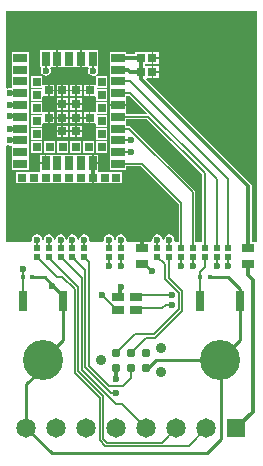
<source format=gtl>
G04*
G04 #@! TF.GenerationSoftware,Altium Limited,Altium Designer,21.6.4 (81)*
G04*
G04 Layer_Physical_Order=1*
G04 Layer_Color=255*
%FSLAX44Y44*%
%MOMM*%
G71*
G04*
G04 #@! TF.SameCoordinates,2E20B190-24BC-4988-8018-A0B7A5D4220C*
G04*
G04*
G04 #@! TF.FilePolarity,Positive*
G04*
G01*
G75*
%ADD11C,0.2540*%
%ADD15R,1.0000X0.8000*%
%ADD16R,1.0200X0.6400*%
%ADD17R,0.5500X0.5200*%
%ADD18R,1.1500X0.7000*%
%ADD19R,0.7000X1.1500*%
%ADD20R,0.7000X0.7000*%
%ADD21R,0.7000X0.7000*%
%ADD22R,0.7800X0.7400*%
%ADD24R,0.8000X1.7000*%
%ADD25R,0.3600X0.3500*%
%ADD41C,0.7900*%
%ADD42C,0.1520*%
%ADD43C,0.3500*%
%ADD44C,3.4000*%
%ADD45C,1.6500*%
%ADD46R,1.6500X1.6500*%
%ADD47C,0.9000*%
%ADD48C,0.6000*%
G36*
X215922Y200000D02*
X212079D01*
Y247000D01*
X211845Y248178D01*
X211177Y249177D01*
X211177Y249177D01*
X122498Y337857D01*
X122984Y339030D01*
X127038D01*
Y344000D01*
Y348970D01*
X121079D01*
Y351030D01*
X127038D01*
Y356000D01*
Y360970D01*
X112830D01*
Y359079D01*
X105520D01*
Y360770D01*
X91480D01*
Y351230D01*
X91480D01*
Y350770D01*
X91480D01*
Y341230D01*
X91480D01*
Y340770D01*
X91480D01*
Y331230D01*
X91480D01*
Y330770D01*
X91480D01*
Y322040D01*
X91480Y321230D01*
X91480Y319960D01*
Y316762D01*
X98500D01*
X105520D01*
Y319960D01*
X105520Y320770D01*
X105520Y322040D01*
Y323930D01*
X108143D01*
X122733Y309340D01*
X122207Y308070D01*
X106418D01*
X105520Y308968D01*
X105520Y310770D01*
X105520Y312040D01*
Y315238D01*
X98500D01*
X91480D01*
Y312040D01*
X91480Y311230D01*
X91480Y309960D01*
Y301230D01*
X91480D01*
Y300770D01*
X91480D01*
Y291230D01*
X91480D01*
Y290770D01*
X91480D01*
Y282040D01*
X91480Y281230D01*
X91480Y279960D01*
Y272040D01*
X91480Y271230D01*
X91480Y269960D01*
Y261230D01*
X105520D01*
Y263930D01*
X118143D01*
X149930Y232143D01*
Y200000D01*
X147210D01*
X146208Y201270D01*
X146354Y202000D01*
X146022Y203666D01*
X145078Y205079D01*
X143666Y206022D01*
X142000Y206354D01*
X140334Y206022D01*
X138921Y205079D01*
X137978Y203666D01*
X137646Y202000D01*
X137000Y201460D01*
X136354Y202000D01*
X136022Y203666D01*
X135078Y205079D01*
X133666Y206022D01*
X132000Y206354D01*
X130334Y206022D01*
X128921Y205079D01*
X127978Y203666D01*
X127646Y202000D01*
X127792Y201270D01*
X126790Y200000D01*
X106210D01*
X105208Y201270D01*
X105354Y202000D01*
X105022Y203666D01*
X104079Y205079D01*
X102666Y206022D01*
X101000Y206354D01*
X99334Y206022D01*
X97921Y205079D01*
X96978Y203666D01*
X96646Y202000D01*
X96000Y201460D01*
X95354Y202000D01*
X95022Y203666D01*
X94079Y205079D01*
X92666Y206022D01*
X91000Y206354D01*
X89334Y206022D01*
X87921Y205079D01*
X86978Y203666D01*
X86646Y202000D01*
X86792Y201270D01*
X85790Y200000D01*
X75210D01*
X74208Y201270D01*
X74354Y202000D01*
X74022Y203666D01*
X73078Y205079D01*
X71666Y206022D01*
X70000Y206354D01*
X68334Y206022D01*
X66922Y205079D01*
X65978Y203666D01*
X65646Y202000D01*
X65000Y201460D01*
X64354Y202000D01*
X64022Y203666D01*
X63078Y205079D01*
X61666Y206022D01*
X60000Y206354D01*
X58334Y206022D01*
X56922Y205079D01*
X55978Y203666D01*
X55646Y202000D01*
X55000Y201460D01*
X54354Y202000D01*
X54022Y203666D01*
X53078Y205079D01*
X51666Y206022D01*
X50000Y206354D01*
X48334Y206022D01*
X46922Y205079D01*
X45978Y203666D01*
X45646Y202000D01*
X45000Y201460D01*
X44354Y202000D01*
X44022Y203666D01*
X43078Y205079D01*
X41666Y206022D01*
X40000Y206354D01*
X38334Y206022D01*
X36922Y205079D01*
X35978Y203666D01*
X35646Y202000D01*
X35000Y201460D01*
X34354Y202000D01*
X34022Y203666D01*
X33078Y205079D01*
X31666Y206022D01*
X30000Y206354D01*
X28334Y206022D01*
X26922Y205079D01*
X25978Y203666D01*
X25646Y202000D01*
X25792Y201270D01*
X24790Y200000D01*
X4078D01*
X4078Y281456D01*
X5348Y282135D01*
X5584Y281978D01*
X7250Y281646D01*
X7710Y281738D01*
X8874Y281272D01*
X8980Y280696D01*
X8980Y279960D01*
Y272040D01*
X8980Y271230D01*
X8980Y269960D01*
Y261230D01*
X23020D01*
Y269960D01*
X23020Y270770D01*
X23020Y272040D01*
Y279960D01*
X23020Y280770D01*
X23020Y282040D01*
Y290770D01*
X23020D01*
Y291230D01*
X23020D01*
Y300770D01*
X23020D01*
Y301230D01*
X23020D01*
Y310770D01*
X23020D01*
Y311230D01*
X23020D01*
Y320770D01*
X23020D01*
Y321230D01*
X23020D01*
Y329960D01*
X23020Y330770D01*
X23020Y332040D01*
Y339960D01*
X23020Y340770D01*
X23020Y342040D01*
Y349960D01*
X23020Y350770D01*
X23020Y352040D01*
Y360770D01*
X8980D01*
Y352040D01*
X8980Y351230D01*
X8980Y349960D01*
Y342040D01*
X8980Y341230D01*
X8980Y339960D01*
Y332040D01*
X8980Y331304D01*
X8874Y330728D01*
X7710Y330262D01*
X7250Y330354D01*
X5584Y330022D01*
X5348Y329865D01*
X4078Y330544D01*
Y395922D01*
X215922D01*
Y200000D01*
D02*
G37*
G36*
X169930Y257143D02*
Y200000D01*
X164070D01*
Y242000D01*
X163912Y242792D01*
X163464Y243463D01*
X109464Y297463D01*
X108792Y297912D01*
X108000Y298070D01*
X105520D01*
Y300770D01*
X105520D01*
Y301230D01*
X105520D01*
Y303930D01*
X123143D01*
X169930Y257143D01*
D02*
G37*
%LPC*%
G36*
X72480Y362270D02*
X71210Y362270D01*
X68012D01*
Y355250D01*
Y348230D01*
X71210D01*
X72020Y348230D01*
X72995D01*
X73674Y346960D01*
X73478Y346666D01*
X73146Y345000D01*
X73478Y343334D01*
X74422Y341922D01*
X75834Y340978D01*
X77500Y340646D01*
X78869Y340919D01*
X78988Y340942D01*
X79665Y340375D01*
X79980Y339994D01*
X79980Y339198D01*
Y333996D01*
X79270Y333020D01*
X78710Y333020D01*
X75262D01*
Y328250D01*
Y323480D01*
X78710D01*
X79270Y323480D01*
X79980Y322504D01*
Y319730D01*
X89520D01*
Y329270D01*
X81038D01*
X80615Y330000D01*
X81038Y330730D01*
X89520D01*
Y340270D01*
X81136Y340270D01*
X80862D01*
X80378Y340319D01*
X80007Y341540D01*
X80578Y341922D01*
X81522Y343334D01*
X81854Y345000D01*
X81522Y346666D01*
X81326Y346960D01*
X82005Y348230D01*
X82020D01*
Y362270D01*
X72480Y362270D01*
D02*
G37*
G36*
X62480D02*
X61210Y362270D01*
X53290D01*
X52480Y362270D01*
X51210Y362270D01*
X48012D01*
Y355250D01*
Y348230D01*
X51210D01*
X52020Y348230D01*
X53290Y348230D01*
X61210D01*
X62020Y348230D01*
X63290Y348230D01*
X66488D01*
Y355250D01*
Y362270D01*
X63290D01*
X62480Y362270D01*
D02*
G37*
G36*
X132970Y360970D02*
X128562D01*
Y356762D01*
X132970D01*
Y360970D01*
D02*
G37*
G36*
Y355238D02*
X128562D01*
Y351030D01*
X132970D01*
Y355238D01*
D02*
G37*
G36*
X42480Y362270D02*
X41210Y362270D01*
X32480D01*
Y348230D01*
X32995D01*
X33674Y346960D01*
X33478Y346666D01*
X33146Y345000D01*
X33478Y343334D01*
X34422Y341922D01*
X35834Y340978D01*
X37500Y340646D01*
X39166Y340978D01*
X40578Y341922D01*
X41522Y343334D01*
X41854Y345000D01*
X41522Y346666D01*
X41326Y346960D01*
X42005Y348230D01*
X43290Y348230D01*
X46488D01*
Y355250D01*
Y362270D01*
X43290D01*
X42480Y362270D01*
D02*
G37*
G36*
X132970Y348970D02*
X128562D01*
Y344762D01*
X132970D01*
Y348970D01*
D02*
G37*
G36*
Y343238D02*
X128562D01*
Y339030D01*
X132970D01*
Y343238D01*
D02*
G37*
G36*
X67770Y333020D02*
X63762D01*
Y329012D01*
X67770D01*
Y333020D01*
D02*
G37*
G36*
X40762D02*
Y329012D01*
X44770D01*
Y333020D01*
X40762D01*
D02*
G37*
G36*
X56270D02*
X52262D01*
Y329012D01*
X56270D01*
Y333020D01*
D02*
G37*
G36*
X73738D02*
X69730D01*
Y329012D01*
X73738D01*
Y333020D01*
D02*
G37*
G36*
X62238D02*
X58230D01*
Y329012D01*
X62238D01*
Y333020D01*
D02*
G37*
G36*
X50738D02*
X46730D01*
Y329012D01*
X50738D01*
Y333020D01*
D02*
G37*
G36*
X67770Y327488D02*
X63762D01*
Y323480D01*
X67770D01*
Y327488D01*
D02*
G37*
G36*
X62238D02*
X58230D01*
Y323480D01*
X62238D01*
Y327488D01*
D02*
G37*
G36*
X56270D02*
X52262D01*
Y323480D01*
X56270D01*
Y327488D01*
D02*
G37*
G36*
X50738D02*
X46730D01*
Y323480D01*
X50738D01*
Y327488D01*
D02*
G37*
G36*
X44770D02*
X40762D01*
Y323480D01*
X44770D01*
Y327488D01*
D02*
G37*
G36*
X73738D02*
X69730D01*
Y323480D01*
X73738D01*
Y327488D01*
D02*
G37*
G36*
X34520Y340270D02*
X24980D01*
Y330730D01*
X33462D01*
X33885Y330000D01*
X33462Y329270D01*
X24980D01*
Y319730D01*
X34520D01*
Y322504D01*
X35230Y323480D01*
X35790Y323480D01*
X39238D01*
Y328250D01*
Y333020D01*
X35790D01*
X35230Y333020D01*
X34520Y333996D01*
Y340270D01*
D02*
G37*
G36*
X67770Y321520D02*
X63762D01*
Y317512D01*
X67770D01*
Y321520D01*
D02*
G37*
G36*
X56270D02*
X52262D01*
Y317512D01*
X56270D01*
Y321520D01*
D02*
G37*
G36*
X62238D02*
X58230D01*
Y317512D01*
X62238D01*
Y321520D01*
D02*
G37*
G36*
X50738D02*
X46730D01*
Y317512D01*
X50738D01*
Y321520D01*
D02*
G37*
G36*
X67770Y315988D02*
X63762D01*
Y311980D01*
X67770D01*
Y315988D01*
D02*
G37*
G36*
X62238D02*
X58230D01*
Y311980D01*
X62238D01*
Y315988D01*
D02*
G37*
G36*
X56270D02*
X52262D01*
Y311980D01*
X56270D01*
Y315988D01*
D02*
G37*
G36*
X50738D02*
X46730D01*
Y311980D01*
X50738D01*
Y315988D01*
D02*
G37*
G36*
X67770Y310020D02*
X63762D01*
Y306012D01*
X67770D01*
Y310020D01*
D02*
G37*
G36*
X40762D02*
Y306012D01*
X44770D01*
Y310020D01*
X40762D01*
D02*
G37*
G36*
X56270D02*
X52262D01*
Y306012D01*
X56270D01*
Y310020D01*
D02*
G37*
G36*
X73738D02*
X69730D01*
Y306012D01*
X73738D01*
Y310020D01*
D02*
G37*
G36*
X62238D02*
X58230D01*
Y306012D01*
X62238D01*
Y310020D01*
D02*
G37*
G36*
X50738D02*
X46730D01*
Y306012D01*
X50738D01*
Y310020D01*
D02*
G37*
G36*
X67770Y304488D02*
X63762D01*
Y300480D01*
X67770D01*
Y304488D01*
D02*
G37*
G36*
X62238D02*
X58230D01*
Y300480D01*
X62238D01*
Y304488D01*
D02*
G37*
G36*
X56270D02*
X52262D01*
Y300480D01*
X56270D01*
Y304488D01*
D02*
G37*
G36*
X50738D02*
X46730D01*
Y300480D01*
X50738D01*
Y304488D01*
D02*
G37*
G36*
X44770D02*
X40762D01*
Y300480D01*
X44770D01*
Y304488D01*
D02*
G37*
G36*
X73738D02*
X69730D01*
Y300480D01*
X73738D01*
Y304488D01*
D02*
G37*
G36*
X89520Y318270D02*
X79980D01*
Y310996D01*
X79270Y310020D01*
X78710Y310020D01*
X75262D01*
Y305250D01*
Y300480D01*
X78710D01*
X79270Y300480D01*
X79980Y299504D01*
Y297730D01*
X89520D01*
Y307270D01*
X81038D01*
X80615Y308000D01*
X81038Y308730D01*
X89520D01*
Y318270D01*
D02*
G37*
G36*
X34520D02*
X24980D01*
Y308730D01*
X33462D01*
X33885Y308000D01*
X33462Y307270D01*
X24980D01*
Y297730D01*
X34520D01*
Y299504D01*
X35230Y300480D01*
X35790Y300480D01*
X39238D01*
Y305250D01*
Y310020D01*
X35790D01*
X35230Y310020D01*
X34520Y310996D01*
Y318270D01*
D02*
G37*
G36*
X67770Y298520D02*
X63762D01*
Y294512D01*
X67770D01*
Y298520D01*
D02*
G37*
G36*
X56270D02*
X52262D01*
Y294512D01*
X56270D01*
Y298520D01*
D02*
G37*
G36*
X62238D02*
X58230D01*
Y294512D01*
X62238D01*
Y298520D01*
D02*
G37*
G36*
X50738D02*
X46730D01*
Y294512D01*
X50738D01*
Y298520D01*
D02*
G37*
G36*
X67770Y292988D02*
X63762D01*
Y288980D01*
X67770D01*
Y292988D01*
D02*
G37*
G36*
X62238D02*
X58230D01*
Y288980D01*
X62238D01*
Y292988D01*
D02*
G37*
G36*
X56270D02*
X52262D01*
Y288980D01*
X56270D01*
Y292988D01*
D02*
G37*
G36*
X50738D02*
X46730D01*
Y288980D01*
X50738D01*
Y292988D01*
D02*
G37*
G36*
X89520Y296270D02*
X79980D01*
Y286730D01*
X89520D01*
Y296270D01*
D02*
G37*
G36*
X34520D02*
X24980D01*
Y286730D01*
X34520D01*
Y296270D01*
D02*
G37*
G36*
X89520Y285270D02*
X79980D01*
Y275730D01*
X89520D01*
Y285270D01*
D02*
G37*
G36*
X78520D02*
X68980D01*
Y275730D01*
X78520D01*
Y285270D01*
D02*
G37*
G36*
X67520D02*
X57980D01*
Y275730D01*
X67520D01*
Y285270D01*
D02*
G37*
G36*
X56520D02*
X46980D01*
Y275730D01*
X56520D01*
Y285270D01*
D02*
G37*
G36*
X45520D02*
X35980D01*
Y275730D01*
X45520D01*
Y285270D01*
D02*
G37*
G36*
X34520D02*
X24980D01*
Y275730D01*
X34520D01*
Y285270D01*
D02*
G37*
G36*
X72480Y273770D02*
X71210Y273770D01*
X63290D01*
X62480Y273770D01*
X61210Y273770D01*
X53290D01*
X52480Y273770D01*
X51210Y273770D01*
X43290D01*
X42480Y273770D01*
X41210Y273770D01*
X38012D01*
Y266750D01*
X37250D01*
Y265988D01*
X32480D01*
Y260349D01*
X32157Y259592D01*
X31401Y259270D01*
X31210D01*
X23290D01*
X22480Y259270D01*
X21210Y259270D01*
X12480D01*
Y249730D01*
X21210D01*
X22020Y249730D01*
X23290Y249730D01*
X31210D01*
X32020Y249730D01*
X33290Y249730D01*
X41210D01*
X42020Y249730D01*
X43290Y249730D01*
X51210D01*
X52020Y249730D01*
X53290Y249730D01*
X61210D01*
X62020Y249730D01*
X63290Y249730D01*
X71210D01*
X72020Y249730D01*
X73290Y249730D01*
X76488D01*
Y254500D01*
X78012D01*
Y249730D01*
X81210D01*
X82020Y249730D01*
X83290Y249730D01*
X91210D01*
X92020Y249730D01*
X93290Y249730D01*
X102020D01*
Y259270D01*
X93290D01*
X92480Y259270D01*
X91210Y259270D01*
X83099D01*
X82343Y259592D01*
X82020Y260349D01*
Y260540D01*
Y265988D01*
X77250D01*
Y266750D01*
X76488D01*
Y273770D01*
X72480D01*
D02*
G37*
G36*
X36488Y273770D02*
X32480D01*
Y267512D01*
X36488D01*
Y273770D01*
D02*
G37*
G36*
X78012D02*
Y267512D01*
X82020D01*
Y273770D01*
X78012D01*
D02*
G37*
%LPD*%
D11*
X120900Y181150D02*
X127000Y175050D01*
Y175000D02*
Y175050D01*
X52000Y150000D02*
Y154500D01*
X43500Y163000D02*
X52000Y154500D01*
X43000Y163000D02*
X43500D01*
X43000D02*
Y163500D01*
X36500Y170000D02*
X43000Y163500D01*
X119000Y181150D02*
X120900D01*
X185000Y100000D02*
X186000Y99000D01*
Y33000D02*
Y99000D01*
X174000Y21000D02*
X186000Y33000D01*
X42300Y21000D02*
X174000D01*
X21100Y42200D02*
X42300Y21000D01*
X202000Y150000D02*
Y160000D01*
X176200Y170000D02*
X192000D01*
X202000Y160000D01*
Y117357D02*
Y150000D01*
X185000Y100357D02*
X202000Y117357D01*
X185000Y100000D02*
Y100357D01*
X122700Y93650D02*
X124150D01*
X130500Y100000D01*
X185000D01*
X21100Y42200D02*
Y79543D01*
X35000Y93443D01*
Y100000D01*
Y100357D01*
X52000Y117357D01*
Y150000D01*
X26200Y170000D02*
X36500D01*
D15*
X98500Y142500D02*
D03*
X113500D02*
D03*
Y153500D02*
D03*
X98500D02*
D03*
D16*
X119000Y181150D02*
D03*
Y194850D02*
D03*
X209000Y194850D02*
D03*
Y181150D02*
D03*
D17*
X30000Y187000D02*
D03*
Y195000D02*
D03*
X40000Y187000D02*
D03*
Y195000D02*
D03*
X70000D02*
D03*
Y187000D02*
D03*
X60000D02*
D03*
Y195000D02*
D03*
X50000Y187000D02*
D03*
Y195000D02*
D03*
X142000D02*
D03*
Y187000D02*
D03*
X101000D02*
D03*
Y195000D02*
D03*
X132000D02*
D03*
Y187000D02*
D03*
X91000D02*
D03*
Y195000D02*
D03*
X162000Y187000D02*
D03*
Y195000D02*
D03*
X172000Y187000D02*
D03*
Y195000D02*
D03*
X192000Y187000D02*
D03*
Y195000D02*
D03*
X182000Y187000D02*
D03*
Y195000D02*
D03*
X152000Y187000D02*
D03*
Y195000D02*
D03*
D18*
X98500Y266000D02*
D03*
Y276000D02*
D03*
Y286000D02*
D03*
Y296000D02*
D03*
Y306000D02*
D03*
Y316000D02*
D03*
Y326000D02*
D03*
Y336000D02*
D03*
Y346000D02*
D03*
Y356000D02*
D03*
X16000D02*
D03*
Y346000D02*
D03*
Y336000D02*
D03*
Y326000D02*
D03*
Y316000D02*
D03*
Y306000D02*
D03*
Y296000D02*
D03*
Y286000D02*
D03*
Y276000D02*
D03*
Y266000D02*
D03*
D19*
X37250Y355250D02*
D03*
X47250D02*
D03*
X57250D02*
D03*
X67250D02*
D03*
X77250D02*
D03*
Y266750D02*
D03*
X67250D02*
D03*
X57250D02*
D03*
X47250D02*
D03*
X37250D02*
D03*
D20*
X74500Y328250D02*
D03*
X63000D02*
D03*
X51500D02*
D03*
X40000D02*
D03*
Y305250D02*
D03*
X51500Y316750D02*
D03*
X63000D02*
D03*
Y293750D02*
D03*
X74500Y305250D02*
D03*
X63000D02*
D03*
X51500D02*
D03*
Y293750D02*
D03*
D21*
X84750Y280500D02*
D03*
Y291500D02*
D03*
Y302500D02*
D03*
Y313500D02*
D03*
Y324500D02*
D03*
Y335500D02*
D03*
X29750D02*
D03*
Y324500D02*
D03*
Y313500D02*
D03*
Y302500D02*
D03*
Y291500D02*
D03*
Y280500D02*
D03*
X40750D02*
D03*
X51750D02*
D03*
X62750D02*
D03*
X73750D02*
D03*
X17250Y254500D02*
D03*
X27250D02*
D03*
X37250D02*
D03*
X47250D02*
D03*
X57250D02*
D03*
X67250D02*
D03*
X77250D02*
D03*
X87250D02*
D03*
X97250D02*
D03*
D22*
X118000Y344000D02*
D03*
X127800D02*
D03*
Y356000D02*
D03*
X118000D02*
D03*
D24*
X168000Y150000D02*
D03*
X202000D02*
D03*
X18000D02*
D03*
X52000D02*
D03*
D25*
X176200Y170000D02*
D03*
X167800D02*
D03*
X26200D02*
D03*
X17800D02*
D03*
D41*
X97300Y93650D02*
D03*
Y106350D02*
D03*
X110000Y93650D02*
D03*
Y106350D02*
D03*
X122700Y93650D02*
D03*
Y106350D02*
D03*
D42*
X102200Y62700D02*
X122700Y42200D01*
X97300Y62700D02*
X102200D01*
X71080Y93820D02*
X92400Y72500D01*
X97250D01*
X91199Y78000D02*
X103000D01*
X74120Y95079D02*
Y183030D01*
Y95079D02*
X91199Y78000D01*
X7250Y286000D02*
X16000D01*
X7250Y286000D02*
X7250Y286000D01*
X7250Y296000D02*
X16000D01*
X15750Y306250D02*
X16000Y306000D01*
X7250Y306250D02*
X15750D01*
X7250Y326000D02*
X16000D01*
X7000Y316000D02*
X16000D01*
X85000Y155000D02*
X97500Y142500D01*
X98500D01*
X115000Y144000D02*
X136000D01*
X115000Y155000D02*
X144000D01*
X97000Y141000D02*
X98500Y142500D01*
X71080Y93820D02*
Y175920D01*
X68040Y91960D02*
Y169110D01*
X65000Y90701D02*
Y162000D01*
X51598Y170362D02*
X61960Y160000D01*
Y89040D02*
Y160000D01*
X47362Y170362D02*
X51598D01*
X45422Y172302D02*
X47362Y170362D01*
X61960Y89040D02*
X83000Y68000D01*
X44848Y172302D02*
X45422D01*
X30150Y187000D02*
X44848Y172302D01*
X30000Y187000D02*
X30150D01*
X41990Y185010D02*
X65000Y162000D01*
Y90701D02*
X86040Y69661D01*
X50150Y187000D02*
X68040Y169110D01*
Y91960D02*
X97300Y62700D01*
X61990Y185010D02*
X71080Y175920D01*
X61990Y185010D02*
Y185160D01*
X60150Y187000D02*
X61990Y185160D01*
X70150Y187000D02*
X74120Y183030D01*
X103000Y78000D02*
X110000Y85000D01*
Y93650D01*
X113500Y142500D02*
X115000Y144000D01*
X113500Y153500D02*
X115000Y155000D01*
X136000Y144000D02*
X139000Y147000D01*
X144000D01*
X97000Y306000D02*
X124000D01*
X172000Y258000D01*
Y195000D02*
Y258000D01*
X97000Y266000D02*
X119000D01*
X152000Y195000D02*
Y233000D01*
X119000Y266000D02*
X152000Y233000D01*
X101000Y180000D02*
Y187000D01*
X91000Y180000D02*
Y187000D01*
X17800Y150200D02*
X18000Y150000D01*
X17800Y150200D02*
Y170000D01*
X83000Y32000D02*
Y68000D01*
X86040Y33259D02*
X89259Y30040D01*
X135940D02*
X148100Y42200D01*
X89259Y30040D02*
X135940D01*
X158300Y27000D02*
X173500Y42200D01*
X88000Y27000D02*
X158300D01*
X86040Y33259D02*
Y69661D01*
X83000Y32000D02*
X88000Y27000D01*
X60000Y187000D02*
X60150D01*
X70000D02*
X70150D01*
X40000D02*
X40150D01*
X41990Y185160D01*
Y185010D02*
Y185160D01*
X50000Y187000D02*
X50150D01*
X97300Y106350D02*
X112950Y122000D01*
X129000D01*
X150000Y143000D01*
X110000Y106350D02*
X122610Y118960D01*
X130259D01*
X153040Y141741D01*
Y158259D01*
X150000Y143000D02*
Y157000D01*
X138000Y169000D02*
X150000Y157000D01*
X152000Y159299D02*
X153040Y158259D01*
X142000Y169299D02*
X152000Y159299D01*
X138000Y169000D02*
Y181000D01*
X142000Y169299D02*
Y187000D01*
X132000Y187000D02*
X138000Y181000D01*
X17800Y170000D02*
Y177000D01*
X152000Y180000D02*
Y187000D01*
X162000Y180000D02*
Y187000D01*
X192000Y180000D02*
Y187000D01*
X182000Y181000D02*
Y187000D01*
X182000Y181000D02*
X182000Y181000D01*
X192000Y187000D02*
X192000Y187000D01*
X167800Y170000D02*
Y174800D01*
X172000Y179000D02*
Y187000D01*
X167800Y174800D02*
X172000Y179000D01*
X167800Y150200D02*
X168000Y150000D01*
X167800Y150200D02*
Y170000D01*
X142000Y195000D02*
Y202000D01*
X132000Y195000D02*
Y202000D01*
X77250Y345250D02*
Y355250D01*
Y345250D02*
X77500Y345000D01*
X98500Y276000D02*
X109500D01*
X98500Y286000D02*
X109500D01*
X37250Y345250D02*
Y355250D01*
Y345250D02*
X37500Y345000D01*
X91000Y195000D02*
Y202000D01*
Y195000D02*
X91000Y195000D01*
X101000Y195000D02*
Y202000D01*
Y195000D02*
X101000Y195000D01*
X162000D02*
Y242000D01*
X108000Y296000D02*
X162000Y242000D01*
X97000Y326000D02*
X109000D01*
X182000Y195000D02*
Y253000D01*
X109000Y326000D02*
X182000Y253000D01*
X97000Y296000D02*
X108000D01*
X97500Y296000D02*
X97500Y296000D01*
X97000Y336000D02*
X109000D01*
X192000Y195000D02*
Y253000D01*
X109000Y336000D02*
X192000Y253000D01*
X30000Y195000D02*
Y202000D01*
X40000Y195000D02*
Y202000D01*
X50000Y195000D02*
Y202000D01*
X60000Y195000D02*
Y202000D01*
X70000Y195000D02*
Y202000D01*
D43*
X77250Y254500D02*
Y266750D01*
X98500Y153500D02*
X100698Y155698D01*
Y161698D01*
X101000Y162000D01*
X119000Y194850D02*
Y203000D01*
X118000Y344000D02*
Y356000D01*
X97000Y346000D02*
X107000D01*
X109000Y344000D01*
X118000D01*
X97000Y356000D02*
X118000D01*
X198900Y42200D02*
X213000Y56300D01*
Y168000D01*
X209000Y172000D02*
Y181150D01*
Y172000D02*
X213000Y168000D01*
X97000Y93350D02*
X97300Y93650D01*
X97000Y84000D02*
Y93350D01*
X209000Y194850D02*
Y247000D01*
X118000Y338000D02*
X209000Y247000D01*
X118000Y338000D02*
Y344000D01*
D44*
X185000Y100000D02*
D03*
X35000D02*
D03*
D45*
X71900Y42200D02*
D03*
X97300D02*
D03*
X122700D02*
D03*
X173500D02*
D03*
X148100D02*
D03*
X46500D02*
D03*
X21100D02*
D03*
D46*
X198900D02*
D03*
D47*
X84600Y100000D02*
D03*
X135400Y110160D02*
D03*
Y89840D02*
D03*
D48*
X97250Y72500D02*
D03*
X47250Y344750D02*
D03*
X67500D02*
D03*
X37750Y336250D02*
D03*
X62000Y337000D02*
D03*
X7250Y286000D02*
D03*
Y296000D02*
D03*
Y306250D02*
D03*
X7000Y316000D02*
D03*
X7250Y326000D02*
D03*
X67250Y366000D02*
D03*
X47250D02*
D03*
X71000Y317000D02*
D03*
X72000Y294000D02*
D03*
X39000D02*
D03*
X28750Y266750D02*
D03*
X85500D02*
D03*
X149000Y268000D02*
D03*
X22000Y215000D02*
D03*
Y204000D02*
D03*
X8000Y215000D02*
D03*
Y204000D02*
D03*
X80000Y205000D02*
D03*
X115000Y206000D02*
D03*
X123000D02*
D03*
X212000Y257000D02*
D03*
Y272000D02*
D03*
Y287000D02*
D03*
Y302000D02*
D03*
Y317000D02*
D03*
Y332000D02*
D03*
Y347000D02*
D03*
Y362000D02*
D03*
Y377000D02*
D03*
Y392000D02*
D03*
X203000D02*
D03*
Y377000D02*
D03*
Y362000D02*
D03*
Y347000D02*
D03*
Y332000D02*
D03*
Y317000D02*
D03*
Y302000D02*
D03*
Y287000D02*
D03*
Y272000D02*
D03*
X188000Y392000D02*
D03*
Y377000D02*
D03*
Y362000D02*
D03*
Y347000D02*
D03*
Y332000D02*
D03*
Y317000D02*
D03*
Y302000D02*
D03*
Y287000D02*
D03*
X173000Y392000D02*
D03*
Y377000D02*
D03*
Y362000D02*
D03*
Y347000D02*
D03*
Y332000D02*
D03*
Y317000D02*
D03*
Y302000D02*
D03*
X158000Y392000D02*
D03*
Y377000D02*
D03*
Y362000D02*
D03*
Y347000D02*
D03*
Y332000D02*
D03*
Y317000D02*
D03*
Y257000D02*
D03*
X143000Y392000D02*
D03*
Y377000D02*
D03*
Y362000D02*
D03*
Y347000D02*
D03*
Y332000D02*
D03*
X128000Y392000D02*
D03*
Y377000D02*
D03*
Y242000D02*
D03*
Y227000D02*
D03*
X113000Y392000D02*
D03*
Y377000D02*
D03*
Y257000D02*
D03*
Y242000D02*
D03*
Y227000D02*
D03*
X98000Y392000D02*
D03*
Y377000D02*
D03*
X83000Y392000D02*
D03*
Y377000D02*
D03*
Y242000D02*
D03*
Y227000D02*
D03*
X68000Y392000D02*
D03*
Y377000D02*
D03*
Y242000D02*
D03*
Y227000D02*
D03*
X53000Y392000D02*
D03*
Y377000D02*
D03*
Y242000D02*
D03*
Y227000D02*
D03*
X38000Y392000D02*
D03*
Y377000D02*
D03*
Y317000D02*
D03*
Y242000D02*
D03*
X23000Y392000D02*
D03*
Y377000D02*
D03*
X8000Y392000D02*
D03*
Y377000D02*
D03*
Y227000D02*
D03*
X85000Y155000D02*
D03*
X127000Y175000D02*
D03*
X144000Y147000D02*
D03*
Y155000D02*
D03*
X43000Y163000D02*
D03*
X101000Y180000D02*
D03*
X101000Y162000D02*
D03*
X91000Y180000D02*
D03*
X97000Y84000D02*
D03*
X152000Y180000D02*
D03*
X17800Y177000D02*
D03*
X162000Y180000D02*
D03*
X192000D02*
D03*
X182000D02*
D03*
X142000Y202000D02*
D03*
X132000D02*
D03*
X77500Y345000D02*
D03*
X109500Y276000D02*
D03*
Y286000D02*
D03*
X37500Y345000D02*
D03*
X91000Y202000D02*
D03*
X101000D02*
D03*
X30000D02*
D03*
X40000D02*
D03*
X50000D02*
D03*
X60000D02*
D03*
X70000D02*
D03*
M02*

</source>
